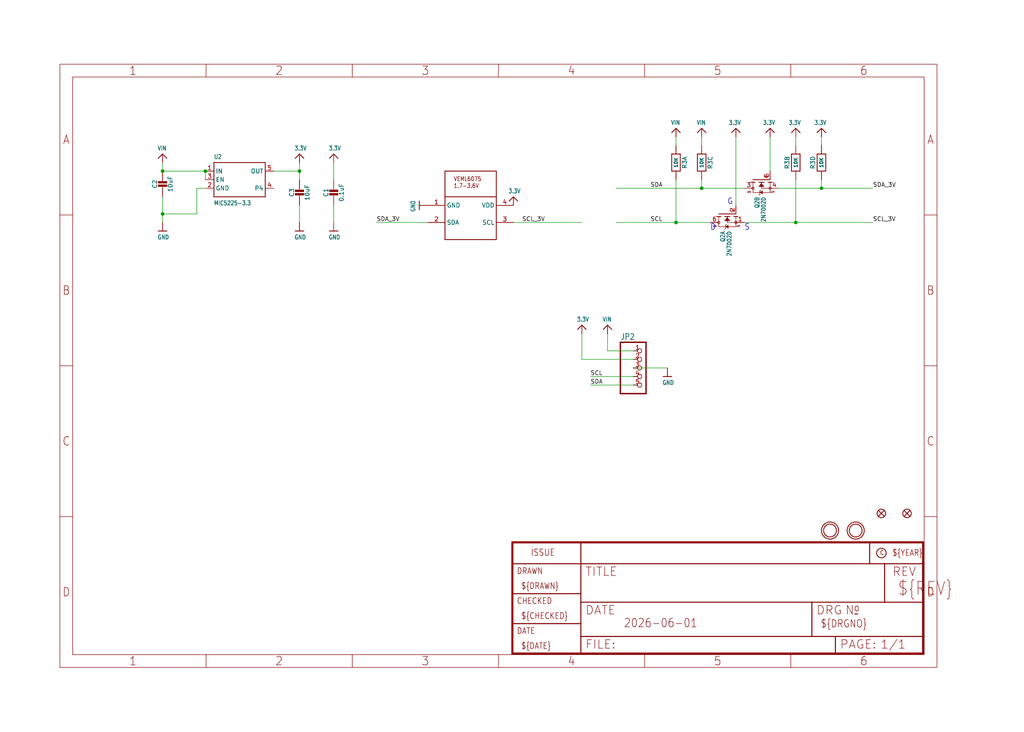
<source format=kicad_sch>
(kicad_sch (version 20230121) (generator eeschema)
  (paper "User" 303.962 217.322)
  (lib_symbols
    (symbol "working-eagle-import:3.3V" (power)
      (property "Value" "3.3V" (at -1.524 1.016 0))
      (symbol "3.3V_1_0"
        (polyline (pts (xy -1.27 -1.27) (xy 0 0)) (stroke (width 0.254)))
        (polyline (pts (xy 0 0) (xy 1.27 -1.27)) (stroke (width 0.254)))
        (pin power_in line (at 0 -2.54 90) (length 2.54) (name "3.3V") (number "1"))
      )
    )
    (symbol "working-eagle-import:CAP_CERAMIC0603_NO"
      (property "Reference" "C" (at -2.29 1.25 90))
      (symbol "CAP_CERAMIC0603_NO_1_0"
        (rectangle (start -1.27 0.508) (end 1.27 1.016) (fill (type outline)))
        (rectangle (start -1.27 1.524) (end 1.27 2.032) (fill (type outline)))
        (polyline (pts (xy 0 0.762) (xy 0 0)) (stroke (width 0.1524)))
        (polyline (pts (xy 0 2.54) (xy 0 1.778)) (stroke (width 0.1524)))
        (pin passive line (at 0 5.08 270) (length 2.54) (name "1") (number "1"))
        (pin passive line (at 0 -2.54 90) (length 2.54) (name "2") (number "2"))
      )
    )
    (symbol "working-eagle-import:CAP_CERAMIC0805-NOOUTLINE"
      (property "Reference" "C" (at -2.29 1.25 90))
      (symbol "CAP_CERAMIC0805-NOOUTLINE_1_0"
        (rectangle (start -1.27 0.508) (end 1.27 1.016) (fill (type outline)))
        (rectangle (start -1.27 1.524) (end 1.27 2.032) (fill (type outline)))
        (polyline (pts (xy 0 0.762) (xy 0 0)) (stroke (width 0.1524)))
        (polyline (pts (xy 0 2.54) (xy 0 1.778)) (stroke (width 0.1524)))
        (pin passive line (at 0 5.08 270) (length 2.54) (name "1") (number "1"))
        (pin passive line (at 0 -2.54 90) (length 2.54) (name "2") (number "2"))
      )
    )
    (symbol "working-eagle-import:FIDUCIAL_1MM"
      (symbol "FIDUCIAL_1MM_1_0"
        (polyline (pts (xy -0.762 0.762) (xy 0.762 -0.762)) (stroke (width 0.254)))
        (polyline (pts (xy 0.762 0.762) (xy -0.762 -0.762)) (stroke (width 0.254)))
        (circle (center 0 0) (radius 1.27) (stroke (width 0.254)))
      )
    )
    (symbol "working-eagle-import:FRAME_A4"
      (symbol "FRAME_A4_1_0"
        (polyline (pts (xy 0 44.7675) (xy 3.81 44.7675)))
        (polyline (pts (xy 0 89.535) (xy 3.81 89.535)))
        (polyline (pts (xy 0 134.3025) (xy 3.81 134.3025)))
        (polyline (pts (xy 3.81 3.81) (xy 3.81 175.26)))
        (polyline (pts (xy 43.3917 0) (xy 43.3917 3.81)))
        (polyline (pts (xy 43.3917 175.26) (xy 43.3917 179.07)))
        (polyline (pts (xy 86.7833 0) (xy 86.7833 3.81)))
        (polyline (pts (xy 86.7833 175.26) (xy 86.7833 179.07)))
        (polyline (pts (xy 130.175 0) (xy 130.175 3.81)))
        (polyline (pts (xy 130.175 175.26) (xy 130.175 179.07)))
        (polyline (pts (xy 173.5667 0) (xy 173.5667 3.81)))
        (polyline (pts (xy 173.5667 175.26) (xy 173.5667 179.07)))
        (polyline (pts (xy 216.9583 0) (xy 216.9583 3.81)))
        (polyline (pts (xy 216.9583 175.26) (xy 216.9583 179.07)))
        (polyline (pts (xy 256.54 3.81) (xy 3.81 3.81)))
        (polyline (pts (xy 256.54 3.81) (xy 256.54 8.89)) (stroke (width 0.1016)))
        (polyline (pts (xy 256.54 3.81) (xy 256.54 175.26)))
        (polyline (pts (xy 256.54 8.89) (xy 256.54 13.97)) (stroke (width 0.1016)))
        (polyline (pts (xy 256.54 13.97) (xy 256.54 19.05)) (stroke (width 0.1016)))
        (polyline (pts (xy 256.54 19.05) (xy 256.54 36.83)) (stroke (width 0.1016)))
        (polyline (pts (xy 256.54 44.7675) (xy 260.35 44.7675)))
        (polyline (pts (xy 256.54 89.535) (xy 260.35 89.535)))
        (polyline (pts (xy 256.54 134.3025) (xy 260.35 134.3025)))
        (polyline (pts (xy 256.54 175.26) (xy 3.81 175.26)))
        (polyline (pts (xy 0 0) (xy 260.35 0) (xy 260.35 179.07) (xy 0 179.07) (xy 0 0)))
        (text "1" (at 21.6958 1.905 0) (effects (font (size 2.54 2.286))))
        (text "1" (at 21.6958 177.165 0) (effects (font (size 2.54 2.286))))
        (text "2" (at 65.0875 1.905 0) (effects (font (size 2.54 2.286))))
        (text "2" (at 65.0875 177.165 0) (effects (font (size 2.54 2.286))))
        (text "3" (at 108.4792 1.905 0) (effects (font (size 2.54 2.286))))
        (text "3" (at 108.4792 177.165 0) (effects (font (size 2.54 2.286))))
        (text "4" (at 151.8708 1.905 0) (effects (font (size 2.54 2.286))))
        (text "4" (at 151.8708 177.165 0) (effects (font (size 2.54 2.286))))
        (text "5" (at 195.2625 1.905 0) (effects (font (size 2.54 2.286))))
        (text "5" (at 195.2625 177.165 0) (effects (font (size 2.54 2.286))))
        (text "6" (at 238.6542 1.905 0) (effects (font (size 2.54 2.286))))
        (text "6" (at 238.6542 177.165 0) (effects (font (size 2.54 2.286))))
        (text "A" (at 1.905 156.6863 0) (effects (font (size 2.54 2.286))))
        (text "A" (at 258.445 156.6863 0) (effects (font (size 2.54 2.286))))
        (text "B" (at 1.905 111.9188 0) (effects (font (size 2.54 2.286))))
        (text "B" (at 258.445 111.9188 0) (effects (font (size 2.54 2.286))))
        (text "C" (at 1.905 67.1513 0) (effects (font (size 2.54 2.286))))
        (text "C" (at 258.445 67.1513 0) (effects (font (size 2.54 2.286))))
        (text "D" (at 1.905 22.3838 0) (effects (font (size 2.54 2.286))))
        (text "D" (at 258.445 22.3838 0) (effects (font (size 2.54 2.286))))
      )
      (symbol "FRAME_A4_2_0"
        (polyline (pts (xy -0.3048 1.5748) (xy 20.0152 1.5748)) (stroke (width 0.6096)))
        (polyline (pts (xy -0.3048 10.4648) (xy -0.3048 1.5748)) (stroke (width 0.6096)))
        (polyline (pts (xy -0.3048 10.4648) (xy 20.0152 10.4648)) (stroke (width 0.3048)))
        (polyline (pts (xy -0.3048 19.3548) (xy -0.3048 10.4648)) (stroke (width 0.6096)))
        (polyline (pts (xy -0.3048 19.3548) (xy 20.0152 19.3548)) (stroke (width 0.3048)))
        (polyline (pts (xy -0.3048 28.2448) (xy -0.3048 19.3548)) (stroke (width 0.6096)))
        (polyline (pts (xy -0.3048 28.2448) (xy 20.0152 28.2448)) (stroke (width 0.3048)))
        (polyline (pts (xy -0.3048 34.5948) (xy -0.3048 28.2448)) (stroke (width 0.6096)))
        (polyline (pts (xy 20.0152 1.5748) (xy 20.0152 6.6548)) (stroke (width 0.3048)))
        (polyline (pts (xy 20.0152 1.5748) (xy 95.5802 1.5748)) (stroke (width 0.6096)))
        (polyline (pts (xy 20.0152 6.6548) (xy 20.0152 10.4648)) (stroke (width 0.3048)))
        (polyline (pts (xy 20.0152 6.6548) (xy 88.5952 6.6548)) (stroke (width 0.3048)))
        (polyline (pts (xy 20.0152 10.4648) (xy 20.0152 16.8148)) (stroke (width 0.3048)))
        (polyline (pts (xy 20.0152 16.8148) (xy 20.0152 19.3548)) (stroke (width 0.3048)))
        (polyline (pts (xy 20.0152 19.3548) (xy 20.0152 28.2448)) (stroke (width 0.3048)))
        (polyline (pts (xy 20.0152 28.2448) (xy 20.0152 34.5948)) (stroke (width 0.3048)))
        (polyline (pts (xy 20.0152 28.2448) (xy 105.7402 28.2448)) (stroke (width 0.3048)))
        (polyline (pts (xy 20.0152 34.5948) (xy -0.3048 34.5948)) (stroke (width 0.6096)))
        (polyline (pts (xy 88.5952 6.6548) (xy 95.5802 6.6548)) (stroke (width 0.3048)))
        (polyline (pts (xy 88.5952 16.8148) (xy 20.0152 16.8148)) (stroke (width 0.3048)))
        (polyline (pts (xy 88.5952 16.8148) (xy 88.5952 6.6548)) (stroke (width 0.3048)))
        (polyline (pts (xy 95.5802 1.5748) (xy 121.6152 1.5748)) (stroke (width 0.6096)))
        (polyline (pts (xy 95.5802 6.6548) (xy 95.5802 1.5748)) (stroke (width 0.3048)))
        (polyline (pts (xy 95.5802 6.6548) (xy 121.6152 6.6548)) (stroke (width 0.3048)))
        (polyline (pts (xy 101.2952 13.3223) (xy 102.2477 13.3223)) (stroke (width 0.254)))
        (polyline (pts (xy 105.7402 28.2448) (xy 105.7402 34.5948)) (stroke (width 0.3048)))
        (polyline (pts (xy 105.7402 28.2448) (xy 110.1852 28.2448)) (stroke (width 0.3048)))
        (polyline (pts (xy 105.7402 34.5948) (xy 20.0152 34.5948)) (stroke (width 0.6096)))
        (polyline (pts (xy 110.1852 16.8148) (xy 88.5952 16.8148)) (stroke (width 0.3048)))
        (polyline (pts (xy 110.1852 28.2448) (xy 110.1852 16.8148)) (stroke (width 0.3048)))
        (polyline (pts (xy 110.1852 28.2448) (xy 121.6152 28.2448)) (stroke (width 0.3048)))
        (polyline (pts (xy 121.6152 6.6548) (xy 121.6152 1.5748)) (stroke (width 0.6096)))
        (polyline (pts (xy 121.6152 16.8148) (xy 110.1852 16.8148)) (stroke (width 0.3048)))
        (polyline (pts (xy 121.6152 16.8148) (xy 121.6152 6.6548)) (stroke (width 0.6096)))
        (polyline (pts (xy 121.6152 28.2448) (xy 121.6152 16.8148)) (stroke (width 0.6096)))
        (polyline (pts (xy 121.6152 34.5948) (xy 105.7402 34.5948)) (stroke (width 0.6096)))
        (polyline (pts (xy 121.6152 34.5948) (xy 121.6152 28.2448)) (stroke (width 0.6096)))
        (circle (center 109.2327 31.4198) (radius 1.4199) (stroke (width 0.254)))
        (text "${#}/${##}" (at 108.9152 2.8448 0) (effects (font (size 2.54 2.54)) (justify left bottom)))
        (text "${CHECKED}" (at 2.2352 11.7348 0) (effects (font (size 1.778 1.5113)) (justify left bottom)))
        (text "${COMPANY}" (at 23.349 29.6735 0) (effects (font (size 3.175 2.6987) (thickness 0.5397) bold) (justify left bottom)))
        (text "${CURRENT_DATE}" (at 32.7152 9.1948 0) (effects (font (size 2.54 2.159)) (justify left bottom)))
        (text "${DATE}" (at 2.2352 2.8448 0) (effects (font (size 1.778 1.5113)) (justify left bottom)))
        (text "${DRAWN}" (at 2.2352 20.6248 0) (effects (font (size 1.778 1.5113)) (justify left bottom)))
        (text "${DRGNO}" (at 91.1352 9.1948 0) (effects (font (size 2.1844 1.8567)) (justify left bottom)))
        (text "${PROJECTNAME}" (at 33.0327 2.8448 0) (effects (font (size 2.54 2.159)) (justify left bottom)))
        (text "${REV}" (at 113.9952 18.7198 0) (effects (font (size 3.81 3.2385)) (justify left bottom)))
        (text "${YEAR}" (at 112.4077 30.4673 0) (effects (font (size 1.778 1.5113)) (justify left bottom)))
        (text "C" (at 108.7564 30.7848 0) (effects (font (size 1.27 1.0795)) (justify left bottom)))
        (text "CHECKED" (at 0.9652 16.1798 0) (effects (font (size 1.778 1.5113)) (justify left bottom)))
        (text "DATE" (at 0.9652 7.2898 0) (effects (font (size 1.778 1.5113)) (justify left bottom)))
        (text "DATE" (at 21.2852 13.0048 0) (effects (font (size 2.54 2.54)) (justify left bottom)))
        (text "DRAWN" (at 0.9652 25.0698 0) (effects (font (size 1.778 1.5113)) (justify left bottom)))
        (text "DRG" (at 89.8652 13.0048 0) (effects (font (size 2.54 2.54)) (justify left bottom)))
        (text "FILE:" (at 21.2852 2.8448 0) (effects (font (size 2.54 2.54)) (justify left bottom)))
        (text "ISSUE" (at 5.0927 30.4673 0) (effects (font (size 1.9304 1.6408)) (justify left bottom)))
        (text "N" (at 98.4377 13.0048 0) (effects (font (size 2.54 2.54)) (justify left bottom)))
        (text "o" (at 100.9777 13.9573 0) (effects (font (size 2.1844 1.8567)) (justify left bottom)))
        (text "PAGE:" (at 96.8502 2.8448 0) (effects (font (size 2.54 2.54)) (justify left bottom)))
        (text "REV" (at 112.4077 24.4348 0) (effects (font (size 2.54 2.54)) (justify left bottom)))
        (text "TITLE" (at 21.2852 24.4348 0) (effects (font (size 2.54 2.54)) (justify left bottom)))
      )
    )
    (symbol "working-eagle-import:GND" (power)
      (property "Value" "GND" (at -1.524 -2.54 0))
      (symbol "GND_1_0"
        (polyline (pts (xy -1.27 0) (xy 1.27 0)) (stroke (width 0.254)))
        (pin power_in line (at 0 2.54 270) (length 2.54) (name "GND") (number "1"))
      )
    )
    (symbol "working-eagle-import:HEADER-1X5ROUND"
      (property "Reference" "JP" (at -6.35 8.255 0))
      (symbol "HEADER-1X5ROUND_1_0"
        (polyline (pts (xy -6.35 -7.62) (xy 1.27 -7.62)) (stroke (width 0.4064)))
        (polyline (pts (xy -6.35 7.62) (xy -6.35 -7.62)) (stroke (width 0.4064)))
        (polyline (pts (xy 1.27 -7.62) (xy 1.27 7.62)) (stroke (width 0.4064)))
        (polyline (pts (xy 1.27 7.62) (xy -6.35 7.62)) (stroke (width 0.4064)))
        (pin passive inverted (at -2.54 5.08 0) (length 2.54) (name "1") (number "1"))
        (pin passive inverted (at -2.54 2.54 0) (length 2.54) (name "2") (number "2"))
        (pin passive inverted (at -2.54 0 0) (length 2.54) (name "3") (number "3"))
        (pin passive inverted (at -2.54 -2.54 0) (length 2.54) (name "4") (number "4"))
        (pin passive inverted (at -2.54 -5.08 0) (length 2.54) (name "5") (number "5"))
      )
    )
    (symbol "working-eagle-import:MOSFET-N_DUAL"
      (property "Reference" "Q" (at 5.08 0.635 0))
      (symbol "MOSFET-N_DUAL_1_0"
        (polyline (pts (xy 0 2.54) (xy 0 -2.54)) (stroke (width 0.254)))
        (polyline (pts (xy 0.762 -2.54) (xy 0.762 -3.175)) (stroke (width 0.254)))
        (polyline (pts (xy 0.762 -1.905) (xy 0.762 -2.54)) (stroke (width 0.254)))
        (polyline (pts (xy 0.762 0) (xy 0.762 -0.762)) (stroke (width 0.254)))
        (polyline (pts (xy 0.762 0) (xy 2.54 0)) (stroke (width 0.1524)))
        (polyline (pts (xy 0.762 0.762) (xy 0.762 0)) (stroke (width 0.254)))
        (polyline (pts (xy 0.762 2.54) (xy 0.762 1.905)) (stroke (width 0.254)))
        (polyline (pts (xy 0.762 2.54) (xy 3.81 2.54)) (stroke (width 0.1524)))
        (polyline (pts (xy 0.762 3.175) (xy 0.762 2.54)) (stroke (width 0.254)))
        (polyline (pts (xy 2.54 -2.54) (xy 0.762 -2.54)) (stroke (width 0.1524)))
        (polyline (pts (xy 2.54 -2.54) (xy 3.81 -2.54)) (stroke (width 0.1524)))
        (polyline (pts (xy 2.54 0) (xy 2.54 -2.54)) (stroke (width 0.1524)))
        (polyline (pts (xy 3.302 0.508) (xy 3.048 0.254)) (stroke (width 0.1524)))
        (polyline (pts (xy 3.81 0.508) (xy 3.302 0.508)) (stroke (width 0.1524)))
        (polyline (pts (xy 3.81 0.508) (xy 3.81 -2.54)) (stroke (width 0.1524)))
        (polyline (pts (xy 3.81 2.54) (xy 3.81 0.508)) (stroke (width 0.1524)))
        (polyline (pts (xy 4.318 0.508) (xy 3.81 0.508)) (stroke (width 0.1524)))
        (polyline (pts (xy 4.572 0.762) (xy 4.318 0.508)) (stroke (width 0.1524)))
        (polyline (pts (xy 1.016 0) (xy 2.032 0.762) (xy 2.032 -0.762)) (stroke (width 0.1524)) (fill (type outline)))
        (polyline (pts (xy 3.81 0.508) (xy 3.302 -0.254) (xy 4.318 -0.254)) (stroke (width 0.1524)) (fill (type outline)))
        (circle (center 2.54 -2.54) (radius 0.3592))
        (circle (center 2.54 2.54) (radius 0.3592))
        (text "D" (at 3.175 3.175 0) (effects (font (size 0.8128 0.6908)) (justify left bottom)))
        (text "G" (at -1.27 -1.905 0) (effects (font (size 0.8128 0.6908)) (justify left bottom)))
        (text "S" (at 3.175 -3.81 0) (effects (font (size 0.8128 0.6908)) (justify left bottom)))
        (pin bidirectional line (at 2.54 -5.08 90) (length 2.54) (name "S") (number "1"))
        (pin bidirectional line (at -2.54 -2.54 0) (length 2.54) (name "G") (number "2"))
        (pin bidirectional line (at 2.54 5.08 270) (length 2.54) (name "D") (number "6"))
      )
      (symbol "MOSFET-N_DUAL_2_0"
        (polyline (pts (xy 0 2.54) (xy 0 -2.54)) (stroke (width 0.254)))
        (polyline (pts (xy 0.762 -2.54) (xy 0.762 -3.175)) (stroke (width 0.254)))
        (polyline (pts (xy 0.762 -1.905) (xy 0.762 -2.54)) (stroke (width 0.254)))
        (polyline (pts (xy 0.762 0) (xy 0.762 -0.762)) (stroke (width 0.254)))
        (polyline (pts (xy 0.762 0) (xy 2.54 0)) (stroke (width 0.1524)))
        (polyline (pts (xy 0.762 0.762) (xy 0.762 0)) (stroke (width 0.254)))
        (polyline (pts (xy 0.762 2.54) (xy 0.762 1.905)) (stroke (width 0.254)))
        (polyline (pts (xy 0.762 2.54) (xy 3.81 2.54)) (stroke (width 0.1524)))
        (polyline (pts (xy 0.762 3.175) (xy 0.762 2.54)) (stroke (width 0.254)))
        (polyline (pts (xy 2.54 -2.54) (xy 0.762 -2.54)) (stroke (width 0.1524)))
        (polyline (pts (xy 2.54 -2.54) (xy 3.81 -2.54)) (stroke (width 0.1524)))
        (polyline (pts (xy 2.54 0) (xy 2.54 -2.54)) (stroke (width 0.1524)))
        (polyline (pts (xy 3.302 0.508) (xy 3.048 0.254)) (stroke (width 0.1524)))
        (polyline (pts (xy 3.81 0.508) (xy 3.302 0.508)) (stroke (width 0.1524)))
        (polyline (pts (xy 3.81 0.508) (xy 3.81 -2.54)) (stroke (width 0.1524)))
        (polyline (pts (xy 3.81 2.54) (xy 3.81 0.508)) (stroke (width 0.1524)))
        (polyline (pts (xy 4.318 0.508) (xy 3.81 0.508)) (stroke (width 0.1524)))
        (polyline (pts (xy 4.572 0.762) (xy 4.318 0.508)) (stroke (width 0.1524)))
        (polyline (pts (xy 1.016 0) (xy 2.032 0.762) (xy 2.032 -0.762)) (stroke (width 0.1524)) (fill (type outline)))
        (polyline (pts (xy 3.81 0.508) (xy 3.302 -0.254) (xy 4.318 -0.254)) (stroke (width 0.1524)) (fill (type outline)))
        (circle (center 2.54 -2.54) (radius 0.3592))
        (circle (center 2.54 2.54) (radius 0.3592))
        (text "D" (at 3.175 3.175 0) (effects (font (size 0.8128 0.6908)) (justify left bottom)))
        (text "G" (at -1.27 -1.905 0) (effects (font (size 0.8128 0.6908)) (justify left bottom)))
        (text "S" (at 3.175 -3.81 0) (effects (font (size 0.8128 0.6908)) (justify left bottom)))
        (pin bidirectional line (at 2.54 5.08 270) (length 2.54) (name "D") (number "3"))
        (pin bidirectional line (at 2.54 -5.08 90) (length 2.54) (name "S") (number "4"))
        (pin bidirectional line (at -2.54 -2.54 0) (length 2.54) (name "G") (number "5"))
      )
    )
    (symbol "working-eagle-import:MOUNTINGHOLE2.5"
      (symbol "MOUNTINGHOLE2.5_1_0"
        (circle (center 0 0) (radius 1.905) (stroke (width 0.254)))
        (circle (center 0 0) (radius 2.54) (stroke (width 0.254)))
      )
    )
    (symbol "working-eagle-import:RESISTOR_4PACK"
      (property "Reference" "R" (at 0 2.54 0))
      (symbol "RESISTOR_4PACK_1_0"
        (polyline (pts (xy -2.54 -1.27) (xy -2.54 1.27)) (stroke (width 0.254)))
        (polyline (pts (xy -2.54 1.27) (xy 2.54 1.27)) (stroke (width 0.254)))
        (polyline (pts (xy 2.54 -1.27) (xy -2.54 -1.27)) (stroke (width 0.254)))
        (polyline (pts (xy 2.54 1.27) (xy 2.54 -1.27)) (stroke (width 0.254)))
        (pin passive line (at -5.08 0 0) (length 2.54) (name "1") (number "1"))
        (pin passive line (at 5.08 0 180) (length 2.54) (name "2") (number "8"))
      )
      (symbol "RESISTOR_4PACK_2_0"
        (polyline (pts (xy -2.54 -1.27) (xy -2.54 1.27)) (stroke (width 0.254)))
        (polyline (pts (xy -2.54 1.27) (xy 2.54 1.27)) (stroke (width 0.254)))
        (polyline (pts (xy 2.54 -1.27) (xy -2.54 -1.27)) (stroke (width 0.254)))
        (polyline (pts (xy 2.54 1.27) (xy 2.54 -1.27)) (stroke (width 0.254)))
        (pin passive line (at -5.08 0 0) (length 2.54) (name "1") (number "2"))
        (pin passive line (at 5.08 0 180) (length 2.54) (name "2") (number "7"))
      )
      (symbol "RESISTOR_4PACK_3_0"
        (polyline (pts (xy -2.54 -1.27) (xy -2.54 1.27)) (stroke (width 0.254)))
        (polyline (pts (xy -2.54 1.27) (xy 2.54 1.27)) (stroke (width 0.254)))
        (polyline (pts (xy 2.54 -1.27) (xy -2.54 -1.27)) (stroke (width 0.254)))
        (polyline (pts (xy 2.54 1.27) (xy 2.54 -1.27)) (stroke (width 0.254)))
        (pin passive line (at -5.08 0 0) (length 2.54) (name "1") (number "3"))
        (pin passive line (at 5.08 0 180) (length 2.54) (name "2") (number "6"))
      )
      (symbol "RESISTOR_4PACK_4_0"
        (polyline (pts (xy -2.54 -1.27) (xy -2.54 1.27)) (stroke (width 0.254)))
        (polyline (pts (xy -2.54 1.27) (xy 2.54 1.27)) (stroke (width 0.254)))
        (polyline (pts (xy 2.54 -1.27) (xy -2.54 -1.27)) (stroke (width 0.254)))
        (polyline (pts (xy 2.54 1.27) (xy 2.54 -1.27)) (stroke (width 0.254)))
        (pin passive line (at -5.08 0 0) (length 2.54) (name "1") (number "4"))
        (pin passive line (at 5.08 0 180) (length 2.54) (name "2") (number "5"))
      )
    )
    (symbol "working-eagle-import:VEML6075"
      (symbol "VEML6075_1_0"
        (polyline (pts (xy -7.62 -7.62) (xy 7.62 -7.62)) (stroke (width 0.254)))
        (polyline (pts (xy -7.62 5.08) (xy -7.62 -7.62)) (stroke (width 0.254)))
        (polyline (pts (xy -7.62 5.08) (xy 7.62 5.08)) (stroke (width 0.254)))
        (polyline (pts (xy -7.62 12.7) (xy -7.62 5.08)) (stroke (width 0.254)))
        (polyline (pts (xy -7.62 12.7) (xy 7.62 12.7)) (stroke (width 0.254)))
        (polyline (pts (xy 7.62 -7.62) (xy 7.62 5.08)) (stroke (width 0.254)))
        (polyline (pts (xy 7.62 5.08) (xy 7.62 12.7)) (stroke (width 0.254)))
        (text "VEML6075\n1.7-3.6V" (at -5.08 7.62 0) (effects (font (size 1.27 1.0795)) (justify left bottom)))
        (pin bidirectional line (at -12.7 2.54 0) (length 5.08) (name "GND") (number "1"))
        (pin bidirectional line (at -12.7 -2.54 0) (length 5.08) (name "SDA") (number "2"))
        (pin bidirectional line (at 12.7 -2.54 180) (length 5.08) (name "SCL") (number "3"))
        (pin bidirectional line (at 12.7 2.54 180) (length 5.08) (name "VDD") (number "4"))
      )
    )
    (symbol "working-eagle-import:VIN" (power)
      (property "Value" "VIN" (at -1.524 1.016 0))
      (symbol "VIN_1_0"
        (polyline (pts (xy -1.27 -1.27) (xy 0 0)) (stroke (width 0.254)))
        (polyline (pts (xy 0 0) (xy 1.27 -1.27)) (stroke (width 0.254)))
        (pin power_in line (at 0 -2.54 90) (length 2.54) (name "VIN") (number "1"))
      )
    )
    (symbol "working-eagle-import:VREG_SOT23-5"
      (property "Reference" "U" (at -7.62 6.096 0))
      (symbol "VREG_SOT23-5_1_0"
        (polyline (pts (xy -7.62 -5.08) (xy -7.62 5.08)) (stroke (width 0.254)))
        (polyline (pts (xy -7.62 5.08) (xy 7.62 5.08)) (stroke (width 0.254)))
        (polyline (pts (xy 7.62 -5.08) (xy -7.62 -5.08)) (stroke (width 0.254)))
        (polyline (pts (xy 7.62 5.08) (xy 7.62 -5.08)) (stroke (width 0.254)))
        (pin power_in line (at -10.16 2.54 0) (length 2.54) (name "IN") (number "1"))
        (pin power_in line (at -10.16 -2.54 0) (length 2.54) (name "GND") (number "2"))
        (pin input line (at -10.16 0 0) (length 2.54) (name "EN") (number "3"))
        (pin bidirectional line (at 10.16 -2.54 180) (length 2.54) (name "P4") (number "4"))
        (pin power_in line (at 10.16 2.54 180) (length 2.54) (name "OUT") (number "5"))
      )
    )
  )
  (junction (at 88.9 50.8))
  (junction (at 243.84 55.88))
  (junction (at 48.26 63.5))
  (junction (at 236.22 66.04))
  (junction (at 60.96 50.8))
  (junction (at 200.66 66.04))
  (junction (at 208.28 55.88))
  (junction (at 48.26 50.8))
  (wire (pts (xy 220.98 66.04) (xy 236.22 66.04)) (stroke (width 0.1524)))
  (wire (pts (xy 187.96 104.14) (xy 180.34 104.14)) (stroke (width 0.1524)))
  (wire (pts (xy 187.96 109.22) (xy 198.12 109.22)) (stroke (width 0.1524)))
  (wire (pts (xy 208.28 53.34) (xy 208.28 55.88)) (stroke (width 0.1524)))
  (wire (pts (xy 187.96 111.76) (xy 175.26 111.76)) (stroke (width 0.1524)))
  (wire (pts (xy 243.84 43.18) (xy 243.84 40.64)) (stroke (width 0.1524)))
  (wire (pts (xy 172.72 106.68) (xy 172.72 99.06)) (stroke (width 0.1524)))
  (wire (pts (xy 48.26 63.5) (xy 48.26 66.04)) (stroke (width 0.1524)))
  (wire (pts (xy 81.28 50.8) (xy 88.9 50.8)) (stroke (width 0.1524)))
  (wire (pts (xy 48.26 63.5) (xy 48.26 58.42)) (stroke (width 0.1524)))
  (wire (pts (xy 88.9 50.8) (xy 88.9 48.26)) (stroke (width 0.1524)))
  (wire (pts (xy 236.22 53.34) (xy 236.22 66.04)) (stroke (width 0.1524)))
  (wire (pts (xy 58.42 63.5) (xy 48.26 63.5)) (stroke (width 0.1524)))
  (wire (pts (xy 228.6 50.8) (xy 228.6 40.64)) (stroke (width 0.1524)))
  (wire (pts (xy 60.96 53.34) (xy 60.96 50.8)) (stroke (width 0.1524)))
  (wire (pts (xy 200.66 40.64) (xy 200.66 43.18)) (stroke (width 0.1524)))
  (wire (pts (xy 231.14 55.88) (xy 243.84 55.88)) (stroke (width 0.1524)))
  (wire (pts (xy 88.9 50.8) (xy 88.9 53.34)) (stroke (width 0.1524)))
  (wire (pts (xy 127 66.04) (xy 111.76 66.04)) (stroke (width 0.1524)))
  (wire (pts (xy 60.96 55.88) (xy 58.42 55.88)) (stroke (width 0.1524)))
  (wire (pts (xy 210.82 66.04) (xy 200.66 66.04)) (stroke (width 0.1524)))
  (wire (pts (xy 243.84 55.88) (xy 259.08 55.88)) (stroke (width 0.1524)))
  (wire (pts (xy 236.22 43.18) (xy 236.22 40.64)) (stroke (width 0.1524)))
  (wire (pts (xy 208.28 43.18) (xy 208.28 40.64)) (stroke (width 0.1524)))
  (wire (pts (xy 200.66 66.04) (xy 182.88 66.04)) (stroke (width 0.1524)))
  (wire (pts (xy 60.96 50.8) (xy 48.26 50.8)) (stroke (width 0.1524)))
  (wire (pts (xy 58.42 55.88) (xy 58.42 63.5)) (stroke (width 0.1524)))
  (wire (pts (xy 220.98 55.88) (xy 208.28 55.88)) (stroke (width 0.1524)))
  (wire (pts (xy 187.96 106.68) (xy 172.72 106.68)) (stroke (width 0.1524)))
  (wire (pts (xy 187.96 114.3) (xy 175.26 114.3)) (stroke (width 0.1524)))
  (wire (pts (xy 88.9 60.96) (xy 88.9 66.04)) (stroke (width 0.1524)))
  (wire (pts (xy 99.06 48.26) (xy 99.06 53.34)) (stroke (width 0.1524)))
  (wire (pts (xy 200.66 53.34) (xy 200.66 66.04)) (stroke (width 0.1524)))
  (wire (pts (xy 48.26 48.26) (xy 48.26 50.8)) (stroke (width 0.1524)))
  (wire (pts (xy 236.22 66.04) (xy 259.08 66.04)) (stroke (width 0.1524)))
  (wire (pts (xy 180.34 104.14) (xy 180.34 99.06)) (stroke (width 0.1524)))
  (wire (pts (xy 99.06 60.96) (xy 99.06 66.04)) (stroke (width 0.1524)))
  (wire (pts (xy 243.84 53.34) (xy 243.84 55.88)) (stroke (width 0.1524)))
  (wire (pts (xy 152.4 66.04) (xy 172.72 66.04)) (stroke (width 0.1524)))
  (wire (pts (xy 218.44 60.96) (xy 218.44 40.64)) (stroke (width 0.1524)))
  (wire (pts (xy 208.28 55.88) (xy 182.88 55.88)) (stroke (width 0.1524)))
  (text "G" (at 215.9 60.96 0) (effects (font (size 1.778 1.5113)) (justify left bottom)))
  (text "S" (at 220.98 68.58 0) (effects (font (size 1.778 1.5113)) (justify left bottom)))
  (text "D" (at 210.82 68.58 0) (effects (font (size 1.778 1.5113)) (justify left bottom)))
  (label "SDA" (at 193.04 55.88 0) (effects (font (size 1.2446 1.2446))))
  (label "SDA_3V" (at 259.08 55.88 0) (effects (font (size 1.2446 1.2446))))
  (label "SCL_3V" (at 154.94 66.04 0) (effects (font (size 1.2446 1.2446))))
  (label "SCL_3V" (at 259.08 66.04 0) (effects (font (size 1.2446 1.2446))))
  (label "SCL" (at 193.04 66.04 0) (effects (font (size 1.2446 1.2446))))
  (label "SDA_3V" (at 111.76 66.04 0) (effects (font (size 1.2446 1.2446))))
  (label "SDA" (at 175.26 114.3 0) (effects (font (size 1.2446 1.2446))))
  (label "SCL" (at 175.26 111.76 0) (effects (font (size 1.2446 1.2446))))
  (symbol (lib_id "working-eagle-import:HEADER-1X5ROUND") (at 190.5 109.22 0) (unit 1)
    (property "Reference" "JP2" (at 184.15 100.965 0) (effects (font (size 1.778 1.5113)) (justify left bottom)))
    (property "Value" "HEADER-1X5ROUND" (effects hide))
    (property "Footprint" "working:1X05_ROUND" (effects hide))
  )
  (symbol (lib_id "working-eagle-import:CAP_CERAMIC0805-NOOUTLINE") (at 48.26 55.88 0) (unit 1)
    (property "Reference" "C2" (at 45.97 54.63 90))
    (property "Value" "10uF" (at 50.56 54.63 90))
    (property "Footprint" "working:0805-NO" (effects hide))
  )
  (symbol (lib_id "working-eagle-import:VEML6075") (at 139.7 63.5 0) (unit 1)
    (property "Reference" "U$12" (effects hide))
    (property "Value" "VEML6075" (effects hide))
    (property "Footprint" "working:VEML6075" (effects hide))
  )
  (symbol (lib_id "working-eagle-import:MOSFET-N_DUAL") (at 215.9 63.5 90) (mirror x) (unit 1)
    (property "Reference" "Q2" (at 215.265 68.58 0) (effects (font (size 1.27 1.0795)) (justify left bottom)))
    (property "Value" "2N7002D" (at 217.17 68.58 0) (effects (font (size 1.27 1.0795)) (justify left bottom)))
    (property "Footprint" "working:SOT363" (effects hide))
  )
  (symbol (lib_id "working-eagle-import:FIDUCIAL_1MM") (at 261.62 152.4 0) (unit 1)
    (property "Reference" "FID2" (effects hide))
    (property "Value" "FIDUCIAL_1MM" (effects hide))
    (property "Footprint" "working:FIDUCIAL_1MM" (effects hide))
  )
  (symbol (lib_id "working-eagle-import:RESISTOR_4PACK") (at 208.28 48.26 270) (unit 3)
    (property "Reference" "R3" (at 210.82 48.26 0))
    (property "Value" "10K" (at 208.28 48.26 0) (effects (font (size 1.016 1.016) bold)))
    (property "Footprint" "working:RESPACK_4X0603" (effects hide))
  )
  (symbol (lib_id "working-eagle-import:MOUNTINGHOLE2.5") (at 254 157.48 0) (unit 1)
    (property "Reference" "U$3" (effects hide))
    (property "Value" "MOUNTINGHOLE2.5" (effects hide))
    (property "Footprint" "working:MOUNTINGHOLE_2.5_PLATED" (effects hide))
  )
  (symbol (lib_id "working-eagle-import:VIN") (at 48.26 45.72 0) (unit 1)
    (property "Reference" "#U$20" (effects hide))
    (property "Value" "VIN" (at 46.736 44.704 0) (effects (font (size 1.27 1.0795)) (justify left bottom)))
  )
  (symbol (lib_id "working-eagle-import:FRAME_A4") (at 17.78 198.12 0) (unit 1)
    (property "Reference" "#FRAME1" (effects hide))
    (property "Value" "FRAME_A4" (effects hide))
  )
  (symbol (lib_id "working-eagle-import:FIDUCIAL_1MM") (at 269.24 152.4 0) (unit 1)
    (property "Reference" "FID1" (effects hide))
    (property "Value" "FIDUCIAL_1MM" (effects hide))
    (property "Footprint" "working:FIDUCIAL_1MM" (effects hide))
  )
  (symbol (lib_id "working-eagle-import:3.3V") (at 172.72 96.52 0) (unit 1)
    (property "Reference" "#U$16" (effects hide))
    (property "Value" "3.3V" (at 171.196 95.504 0) (effects (font (size 1.27 1.0795)) (justify left bottom)))
  )
  (symbol (lib_id "working-eagle-import:3.3V") (at 152.4 58.42 0) (unit 1)
    (property "Reference" "#U$2" (effects hide))
    (property "Value" "3.3V" (at 150.876 57.404 0) (effects (font (size 1.27 1.0795)) (justify left bottom)))
  )
  (symbol (lib_id "working-eagle-import:MOUNTINGHOLE2.5") (at 246.38 157.48 0) (unit 1)
    (property "Reference" "U$4" (effects hide))
    (property "Value" "MOUNTINGHOLE2.5" (effects hide))
    (property "Footprint" "working:MOUNTINGHOLE_2.5_PLATED" (effects hide))
  )
  (symbol (lib_id "working-eagle-import:RESISTOR_4PACK") (at 200.66 48.26 270) (unit 1)
    (property "Reference" "R3" (at 203.2 48.26 0))
    (property "Value" "10K" (at 200.66 48.26 0) (effects (font (size 1.016 1.016) bold)))
    (property "Footprint" "working:RESPACK_4X0603" (effects hide))
  )
  (symbol (lib_id "working-eagle-import:GND") (at 124.46 60.96 270) (unit 1)
    (property "Reference" "#U$11" (effects hide))
    (property "Value" "GND" (at 121.92 59.436 0) (effects (font (size 1.27 1.0795)) (justify left bottom)))
  )
  (symbol (lib_id "working-eagle-import:3.3V") (at 228.6 38.1 0) (mirror y) (unit 1)
    (property "Reference" "#U$23" (effects hide))
    (property "Value" "3.3V" (at 230.124 37.084 0) (effects (font (size 1.27 1.0795)) (justify left bottom)))
  )
  (symbol (lib_id "working-eagle-import:RESISTOR_4PACK") (at 236.22 48.26 90) (mirror x) (unit 2)
    (property "Reference" "R3" (at 233.68 48.26 0))
    (property "Value" "10K" (at 236.22 48.26 0) (effects (font (size 1.016 1.016) bold)))
    (property "Footprint" "working:RESPACK_4X0603" (effects hide))
  )
  (symbol (lib_id "working-eagle-import:3.3V") (at 218.44 38.1 0) (mirror y) (unit 1)
    (property "Reference" "#U$26" (effects hide))
    (property "Value" "3.3V" (at 219.964 37.084 0) (effects (font (size 1.27 1.0795)) (justify left bottom)))
  )
  (symbol (lib_id "working-eagle-import:3.3V") (at 88.9 45.72 0) (unit 1)
    (property "Reference" "#U$15" (effects hide))
    (property "Value" "3.3V" (at 87.376 44.704 0) (effects (font (size 1.27 1.0795)) (justify left bottom)))
  )
  (symbol (lib_id "working-eagle-import:3.3V") (at 243.84 38.1 0) (mirror y) (unit 1)
    (property "Reference" "#U$7" (effects hide))
    (property "Value" "3.3V" (at 245.364 37.084 0) (effects (font (size 1.27 1.0795)) (justify left bottom)))
  )
  (symbol (lib_id "working-eagle-import:GND") (at 99.06 68.58 0) (unit 1)
    (property "Reference" "#U$6" (effects hide))
    (property "Value" "GND" (at 97.536 71.12 0) (effects (font (size 1.27 1.0795)) (justify left bottom)))
  )
  (symbol (lib_id "working-eagle-import:GND") (at 88.9 68.58 0) (unit 1)
    (property "Reference" "#U$5" (effects hide))
    (property "Value" "GND" (at 87.376 71.12 0) (effects (font (size 1.27 1.0795)) (justify left bottom)))
  )
  (symbol (lib_id "working-eagle-import:VIN") (at 208.28 38.1 0) (unit 1)
    (property "Reference" "#U$28" (effects hide))
    (property "Value" "VIN" (at 206.756 37.084 0) (effects (font (size 1.27 1.0795)) (justify left bottom)))
  )
  (symbol (lib_id "working-eagle-import:VREG_SOT23-5") (at 71.12 53.34 0) (unit 1)
    (property "Reference" "U2" (at 63.5 47.244 0) (effects (font (size 1.27 1.0795)) (justify left bottom)))
    (property "Value" "MIC5225-3.3" (at 63.5 60.96 0) (effects (font (size 1.27 1.0795)) (justify left bottom)))
    (property "Footprint" "working:SOT23-5" (effects hide))
  )
  (symbol (lib_id "working-eagle-import:MOSFET-N_DUAL") (at 226.06 53.34 90) (mirror x) (unit 2)
    (property "Reference" "Q2" (at 225.425 58.42 0) (effects (font (size 1.27 1.0795)) (justify left bottom)))
    (property "Value" "2N7002D" (at 227.33 58.42 0) (effects (font (size 1.27 1.0795)) (justify left bottom)))
    (property "Footprint" "working:SOT363" (effects hide))
  )
  (symbol (lib_id "working-eagle-import:GND") (at 48.26 68.58 0) (unit 1)
    (property "Reference" "#U$13" (effects hide))
    (property "Value" "GND" (at 46.736 71.12 0) (effects (font (size 1.27 1.0795)) (justify left bottom)))
  )
  (symbol (lib_id "working-eagle-import:CAP_CERAMIC0805-NOOUTLINE") (at 88.9 58.42 0) (unit 1)
    (property "Reference" "C3" (at 86.61 57.17 90))
    (property "Value" "10uF" (at 91.2 57.17 90))
    (property "Footprint" "working:0805-NO" (effects hide))
  )
  (symbol (lib_id "working-eagle-import:FRAME_A4") (at 152.4 195.58 0) (unit 2)
    (property "Reference" "#FRAME1" (effects hide))
    (property "Value" "FRAME_A4" (effects hide))
  )
  (symbol (lib_id "working-eagle-import:3.3V") (at 236.22 38.1 0) (mirror y) (unit 1)
    (property "Reference" "#U$24" (effects hide))
    (property "Value" "3.3V" (at 237.744 37.084 0) (effects (font (size 1.27 1.0795)) (justify left bottom)))
  )
  (symbol (lib_id "working-eagle-import:3.3V") (at 99.06 45.72 0) (unit 1)
    (property "Reference" "#U$14" (effects hide))
    (property "Value" "3.3V" (at 97.536 44.704 0) (effects (font (size 1.27 1.0795)) (justify left bottom)))
  )
  (symbol (lib_id "working-eagle-import:RESISTOR_4PACK") (at 243.84 48.26 90) (mirror x) (unit 4)
    (property "Reference" "R3" (at 241.3 48.26 0))
    (property "Value" "10K" (at 243.84 48.26 0) (effects (font (size 1.016 1.016) bold)))
    (property "Footprint" "working:RESPACK_4X0603" (effects hide))
  )
  (symbol (lib_id "working-eagle-import:VIN") (at 180.34 96.52 0) (unit 1)
    (property "Reference" "#U$9" (effects hide))
    (property "Value" "VIN" (at 178.816 95.504 0) (effects (font (size 1.27 1.0795)) (justify left bottom)))
  )
  (symbol (lib_id "working-eagle-import:CAP_CERAMIC0603_NO") (at 99.06 58.42 0) (unit 1)
    (property "Reference" "C1" (at 96.77 57.17 90))
    (property "Value" "0.1uF" (at 101.36 57.17 90))
    (property "Footprint" "working:0603-NO" (effects hide))
  )
  (symbol (lib_id "working-eagle-import:VIN") (at 200.66 38.1 0) (unit 1)
    (property "Reference" "#U$29" (effects hide))
    (property "Value" "VIN" (at 199.136 37.084 0) (effects (font (size 1.27 1.0795)) (justify left bottom)))
  )
  (symbol (lib_id "working-eagle-import:GND") (at 198.12 111.76 0) (unit 1)
    (property "Reference" "#U$10" (effects hide))
    (property "Value" "GND" (at 196.596 114.3 0) (effects (font (size 1.27 1.0795)) (justify left bottom)))
  )
)
</source>
